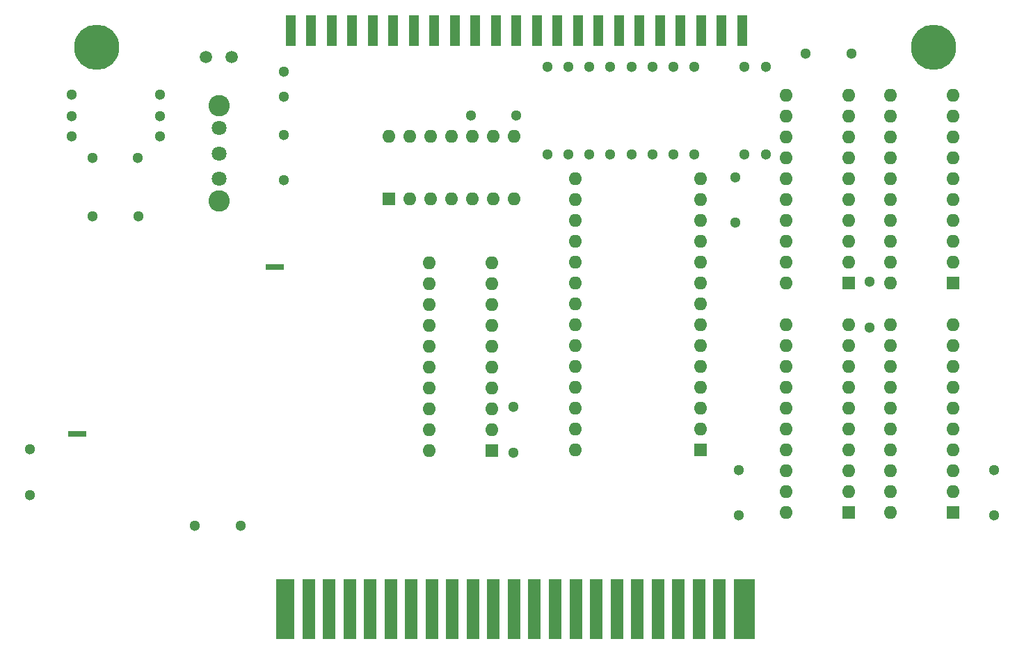
<source format=gbr>
%TF.GenerationSoftware,KiCad,Pcbnew,(6.0.2)*%
%TF.CreationDate,2022-11-25T01:59:39-06:00*%
%TF.ProjectId,Game Genie v1.0,47616d65-2047-4656-9e69-652076312e30,rev?*%
%TF.SameCoordinates,Original*%
%TF.FileFunction,Soldermask,Bot*%
%TF.FilePolarity,Negative*%
%FSLAX46Y46*%
G04 Gerber Fmt 4.6, Leading zero omitted, Abs format (unit mm)*
G04 Created by KiCad (PCBNEW (6.0.2)) date 2022-11-25 01:59:39*
%MOMM*%
%LPD*%
G01*
G04 APERTURE LIST*
%ADD10C,1.300000*%
%ADD11R,1.600000X1.600000*%
%ADD12O,1.600000X1.600000*%
%ADD13R,1.300000X3.800000*%
%ADD14C,5.500000*%
%ADD15R,2.300000X0.750000*%
%ADD16C,1.800000*%
%ADD17C,2.600000*%
%ADD18C,1.500000*%
%ADD19R,2.500000X7.350000*%
%ADD20R,1.500000X7.350000*%
%ADD21R,2.250000X7.350000*%
G04 APERTURE END LIST*
D10*
%TO.C,C2*%
X93671000Y-85783000D03*
X99221000Y-85783000D03*
%TD*%
%TO.C,C12*%
X172277000Y-122219000D03*
X172277000Y-116669000D03*
%TD*%
D11*
%TO.C,U5*%
X198403000Y-121869000D03*
D12*
X198403000Y-119329000D03*
X198403000Y-116789000D03*
X198403000Y-114249000D03*
X198403000Y-111709000D03*
X198403000Y-109169000D03*
X198403000Y-106629000D03*
X198403000Y-104089000D03*
X198403000Y-101549000D03*
X198403000Y-99009000D03*
X190783000Y-99009000D03*
X190783000Y-101549000D03*
X190783000Y-104089000D03*
X190783000Y-106629000D03*
X190783000Y-109169000D03*
X190783000Y-111709000D03*
X190783000Y-114249000D03*
X190783000Y-116789000D03*
X190783000Y-119329000D03*
X190783000Y-121869000D03*
%TD*%
D10*
%TO.C,D3*%
X175634000Y-78250000D03*
X175634000Y-67550000D03*
%TD*%
D13*
%TO.C,J1*%
X172718000Y-63196000D03*
X170220267Y-63196000D03*
X167722540Y-63196000D03*
X165224813Y-63196000D03*
X162727086Y-63196000D03*
X160229359Y-63196000D03*
X157731632Y-63196000D03*
X155233905Y-63196000D03*
X152736178Y-63196000D03*
X150238451Y-63196000D03*
X147740724Y-63196000D03*
X145242997Y-63196000D03*
X142745270Y-63196000D03*
X140247543Y-63196000D03*
X137749816Y-63196000D03*
X135252089Y-63196000D03*
X132754362Y-63196000D03*
X130256635Y-63196000D03*
X127758908Y-63196000D03*
X125261181Y-63196000D03*
X122763454Y-63196000D03*
X120265727Y-63196000D03*
X117768000Y-63196000D03*
%TD*%
D10*
%TO.C,D4*%
X172988000Y-78250000D03*
X172988000Y-67550000D03*
%TD*%
%TO.C,R3*%
X149051000Y-78250000D03*
X149051000Y-67550000D03*
%TD*%
D11*
%TO.C,U6*%
X185699000Y-121869000D03*
D12*
X185699000Y-119329000D03*
X185699000Y-116789000D03*
X185699000Y-114249000D03*
X185699000Y-111709000D03*
X185699000Y-109169000D03*
X185699000Y-106629000D03*
X185699000Y-104089000D03*
X185699000Y-101549000D03*
X185699000Y-99009000D03*
X178079000Y-99009000D03*
X178079000Y-101549000D03*
X178079000Y-104089000D03*
X178079000Y-106629000D03*
X178079000Y-109169000D03*
X178079000Y-111709000D03*
X178079000Y-114249000D03*
X178079000Y-116789000D03*
X178079000Y-119329000D03*
X178079000Y-121869000D03*
%TD*%
D11*
%TO.C,U7*%
X185699000Y-93924000D03*
D12*
X185699000Y-91384000D03*
X185699000Y-88844000D03*
X185699000Y-86304000D03*
X185699000Y-83764000D03*
X185699000Y-81224000D03*
X185699000Y-78684000D03*
X185699000Y-76144000D03*
X185699000Y-73604000D03*
X185699000Y-71064000D03*
X178079000Y-71064000D03*
X178079000Y-73604000D03*
X178079000Y-76144000D03*
X178079000Y-78684000D03*
X178079000Y-81224000D03*
X178079000Y-83764000D03*
X178079000Y-86304000D03*
X178079000Y-88844000D03*
X178079000Y-91384000D03*
X178079000Y-93924000D03*
%TD*%
D10*
%TO.C,C9*%
X180442000Y-65954000D03*
X185992000Y-65954000D03*
%TD*%
%TO.C,C8*%
X139706000Y-73505000D03*
X145256000Y-73505000D03*
%TD*%
%TO.C,R7*%
X151603000Y-78250000D03*
X151603000Y-67550000D03*
%TD*%
%TO.C,C4*%
X86012000Y-119706000D03*
X86012000Y-114156000D03*
%TD*%
D11*
%TO.C,U3*%
X142238000Y-114349000D03*
D12*
X142238000Y-111809000D03*
X142238000Y-109269000D03*
X142238000Y-106729000D03*
X142238000Y-104189000D03*
X142238000Y-101649000D03*
X142238000Y-99109000D03*
X142238000Y-96569000D03*
X142238000Y-94029000D03*
X142238000Y-91489000D03*
X134618000Y-91489000D03*
X134618000Y-94029000D03*
X134618000Y-96569000D03*
X134618000Y-99109000D03*
X134618000Y-101649000D03*
X134618000Y-104189000D03*
X134618000Y-106729000D03*
X134618000Y-109269000D03*
X134618000Y-111809000D03*
X134618000Y-114349000D03*
%TD*%
D10*
%TO.C,C6*%
X106137000Y-123437000D03*
X111687000Y-123437000D03*
%TD*%
%TO.C,R6*%
X159240000Y-78250000D03*
X159240000Y-67550000D03*
%TD*%
%TO.C,R4*%
X166906000Y-78250000D03*
X166906000Y-67550000D03*
%TD*%
D11*
%TO.C,U8*%
X198403000Y-93924000D03*
D12*
X198403000Y-91384000D03*
X198403000Y-88844000D03*
X198403000Y-86304000D03*
X198403000Y-83764000D03*
X198403000Y-81224000D03*
X198403000Y-78684000D03*
X198403000Y-76144000D03*
X198403000Y-73604000D03*
X198403000Y-71064000D03*
X190783000Y-71064000D03*
X190783000Y-73604000D03*
X190783000Y-76144000D03*
X190783000Y-78684000D03*
X190783000Y-81224000D03*
X190783000Y-83764000D03*
X190783000Y-86304000D03*
X190783000Y-88844000D03*
X190783000Y-91384000D03*
X190783000Y-93924000D03*
%TD*%
D10*
%TO.C,C13*%
X171873000Y-86561000D03*
X171873000Y-81011000D03*
%TD*%
%TO.C,R9*%
X156669000Y-78250000D03*
X156669000Y-67550000D03*
%TD*%
%TO.C,C10*%
X93633000Y-78634000D03*
X99183000Y-78634000D03*
%TD*%
%TO.C,R10*%
X161792000Y-78250000D03*
X161792000Y-67550000D03*
%TD*%
D11*
%TO.C,U4*%
X129692000Y-83635000D03*
D12*
X132232000Y-83635000D03*
X134772000Y-83635000D03*
X137312000Y-83635000D03*
X139852000Y-83635000D03*
X142392000Y-83635000D03*
X144932000Y-83635000D03*
X144932000Y-76015000D03*
X142392000Y-76015000D03*
X139852000Y-76015000D03*
X137312000Y-76015000D03*
X134772000Y-76015000D03*
X132232000Y-76015000D03*
X129692000Y-76015000D03*
%TD*%
D14*
%TO.C,Hole1*%
X94128500Y-65168400D03*
%TD*%
D10*
%TO.C,C3*%
X116915000Y-81408000D03*
X116915000Y-75858000D03*
%TD*%
D15*
%TO.C,U1*%
X115815000Y-91988000D03*
X91815000Y-112308000D03*
%TD*%
D10*
%TO.C,R8*%
X154136000Y-78250000D03*
X154136000Y-67550000D03*
%TD*%
%TO.C,R1*%
X91137000Y-73554000D03*
X101837000Y-73554000D03*
%TD*%
D16*
%TO.C,S1*%
X109051000Y-81223000D03*
X109051000Y-78123000D03*
X109051000Y-75023000D03*
D17*
X109051000Y-83923000D03*
X109051000Y-72323000D03*
%TD*%
D10*
%TO.C,C5*%
X144872000Y-114533000D03*
X144872000Y-108983000D03*
%TD*%
%TO.C,C11*%
X188185000Y-99319000D03*
X188185000Y-93769000D03*
%TD*%
%TO.C,D1*%
X91137000Y-70969000D03*
X101837000Y-70969000D03*
%TD*%
D18*
%TO.C,D2*%
X107428000Y-66413000D03*
X110628000Y-66413000D03*
%TD*%
D10*
%TO.C,R5*%
X164344000Y-78250000D03*
X164344000Y-67550000D03*
%TD*%
%TO.C,C7*%
X203420000Y-122210000D03*
X203420000Y-116660000D03*
%TD*%
%TO.C,C1*%
X116943000Y-71247000D03*
X116943000Y-68147000D03*
%TD*%
D11*
%TO.C,U2*%
X167672000Y-114249000D03*
D12*
X167672000Y-111709000D03*
X167672000Y-109169000D03*
X167672000Y-106629000D03*
X167672000Y-104089000D03*
X167672000Y-101549000D03*
X167672000Y-99009000D03*
X167672000Y-96469000D03*
X167672000Y-93929000D03*
X167672000Y-91389000D03*
X167672000Y-88849000D03*
X167672000Y-86309000D03*
X167672000Y-83769000D03*
X167672000Y-81229000D03*
X152432000Y-81229000D03*
X152432000Y-83769000D03*
X152432000Y-86309000D03*
X152432000Y-88849000D03*
X152432000Y-91389000D03*
X152432000Y-93929000D03*
X152432000Y-96469000D03*
X152432000Y-99009000D03*
X152432000Y-101549000D03*
X152432000Y-104089000D03*
X152432000Y-106629000D03*
X152432000Y-109169000D03*
X152432000Y-111709000D03*
X152432000Y-114249000D03*
%TD*%
D19*
%TO.C,P1*%
X172959000Y-133626000D03*
D20*
X169959000Y-133626000D03*
X167459000Y-133626000D03*
X164959000Y-133626000D03*
X162459000Y-133626000D03*
X159959000Y-133626000D03*
X157459000Y-133626000D03*
X154959000Y-133626000D03*
X152459000Y-133626000D03*
X149959000Y-133626000D03*
X147459000Y-133626000D03*
X144959000Y-133626000D03*
X142459000Y-133626000D03*
X139959000Y-133626000D03*
X137459000Y-133626000D03*
X134959000Y-133626000D03*
X132459000Y-133626000D03*
X129959000Y-133626000D03*
X127459000Y-133626000D03*
X124959000Y-133626000D03*
X122459000Y-133626000D03*
X119959000Y-133626000D03*
D21*
X117084000Y-133626000D03*
%TD*%
D14*
%TO.C,Hole2*%
X196048500Y-65168400D03*
%TD*%
D10*
%TO.C,R2*%
X91137000Y-76067000D03*
X101837000Y-76067000D03*
%TD*%
M02*

</source>
